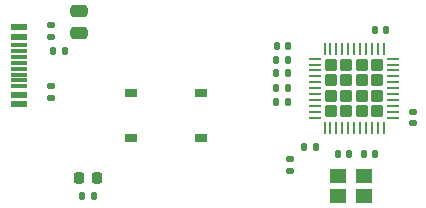
<source format=gbr>
%TF.GenerationSoftware,KiCad,Pcbnew,(6.0.10)*%
%TF.CreationDate,2023-01-18T21:36:02-05:00*%
%TF.ProjectId,32U4_NES_SNES_adapter,33325534-5f4e-4455-935f-534e45535f61,rev?*%
%TF.SameCoordinates,Original*%
%TF.FileFunction,Paste,Top*%
%TF.FilePolarity,Positive*%
%FSLAX46Y46*%
G04 Gerber Fmt 4.6, Leading zero omitted, Abs format (unit mm)*
G04 Created by KiCad (PCBNEW (6.0.10)) date 2023-01-18 21:36:02*
%MOMM*%
%LPD*%
G01*
G04 APERTURE LIST*
G04 Aperture macros list*
%AMRoundRect*
0 Rectangle with rounded corners*
0 $1 Rounding radius*
0 $2 $3 $4 $5 $6 $7 $8 $9 X,Y pos of 4 corners*
0 Add a 4 corners polygon primitive as box body*
4,1,4,$2,$3,$4,$5,$6,$7,$8,$9,$2,$3,0*
0 Add four circle primitives for the rounded corners*
1,1,$1+$1,$2,$3*
1,1,$1+$1,$4,$5*
1,1,$1+$1,$6,$7*
1,1,$1+$1,$8,$9*
0 Add four rect primitives between the rounded corners*
20,1,$1+$1,$2,$3,$4,$5,0*
20,1,$1+$1,$4,$5,$6,$7,0*
20,1,$1+$1,$6,$7,$8,$9,0*
20,1,$1+$1,$8,$9,$2,$3,0*%
G04 Aperture macros list end*
%ADD10R,1.000000X0.750000*%
%ADD11RoundRect,0.140000X0.140000X0.170000X-0.140000X0.170000X-0.140000X-0.170000X0.140000X-0.170000X0*%
%ADD12RoundRect,0.135000X-0.135000X-0.185000X0.135000X-0.185000X0.135000X0.185000X-0.135000X0.185000X0*%
%ADD13RoundRect,0.135000X0.185000X-0.135000X0.185000X0.135000X-0.185000X0.135000X-0.185000X-0.135000X0*%
%ADD14RoundRect,0.135000X0.135000X0.185000X-0.135000X0.185000X-0.135000X-0.185000X0.135000X-0.185000X0*%
%ADD15RoundRect,0.218750X0.218750X0.256250X-0.218750X0.256250X-0.218750X-0.256250X0.218750X-0.256250X0*%
%ADD16RoundRect,0.250000X-0.275000X-0.275000X0.275000X-0.275000X0.275000X0.275000X-0.275000X0.275000X0*%
%ADD17RoundRect,0.062500X-0.475000X-0.062500X0.475000X-0.062500X0.475000X0.062500X-0.475000X0.062500X0*%
%ADD18RoundRect,0.062500X-0.062500X-0.475000X0.062500X-0.475000X0.062500X0.475000X-0.062500X0.475000X0*%
%ADD19RoundRect,0.140000X-0.170000X0.140000X-0.170000X-0.140000X0.170000X-0.140000X0.170000X0.140000X0*%
%ADD20R,1.400000X1.200000*%
%ADD21RoundRect,0.250000X0.475000X-0.250000X0.475000X0.250000X-0.475000X0.250000X-0.475000X-0.250000X0*%
%ADD22RoundRect,0.140000X-0.140000X-0.170000X0.140000X-0.170000X0.140000X0.170000X-0.140000X0.170000X0*%
%ADD23R,1.450000X0.600000*%
%ADD24R,1.450000X0.300000*%
%ADD25RoundRect,0.140000X0.170000X-0.140000X0.170000X0.140000X-0.170000X0.140000X-0.170000X-0.140000X0*%
G04 APERTURE END LIST*
D10*
%TO.C,S1*%
X111922500Y-104770400D03*
X105922500Y-104770400D03*
X111922500Y-101020400D03*
X105922500Y-101020400D03*
%TD*%
D11*
%TO.C,C9*%
X119250400Y-97028000D03*
X118290400Y-97028000D03*
%TD*%
%TO.C,C7*%
X120627200Y-105587800D03*
X121587200Y-105587800D03*
%TD*%
%TO.C,C8*%
X119225000Y-101727000D03*
X118265000Y-101727000D03*
%TD*%
D12*
%TO.C,R6*%
X118235000Y-98171000D03*
X119255000Y-98171000D03*
%TD*%
D13*
%TO.C,R3*%
X119456200Y-107596400D03*
X119456200Y-106576400D03*
%TD*%
D14*
%TO.C,R4*%
X102821200Y-109728000D03*
X101801200Y-109728000D03*
%TD*%
D11*
%TO.C,C10*%
X119225000Y-100584000D03*
X118265000Y-100584000D03*
%TD*%
D15*
%TO.C,D1*%
X103098700Y-108204000D03*
X101523700Y-108204000D03*
%TD*%
D12*
%TO.C,R5*%
X118235000Y-99314000D03*
X119255000Y-99314000D03*
%TD*%
D14*
%TO.C,R2*%
X100332000Y-97429000D03*
X99312000Y-97429000D03*
%TD*%
D16*
%TO.C,U1*%
X125491000Y-102534000D03*
X122891000Y-99934000D03*
X126791000Y-102534000D03*
X122891000Y-102534000D03*
X125491000Y-99934000D03*
X126791000Y-98634000D03*
X125491000Y-98634000D03*
X124191000Y-99934000D03*
X125491000Y-101234000D03*
X124191000Y-101234000D03*
X126791000Y-99934000D03*
X124191000Y-102534000D03*
X126791000Y-101234000D03*
X122891000Y-101234000D03*
X122891000Y-98634000D03*
X124191000Y-98634000D03*
D17*
X121503500Y-98084000D03*
X121503500Y-98584000D03*
X121503500Y-99084000D03*
X121503500Y-99584000D03*
X121503500Y-100084000D03*
X121503500Y-100584000D03*
X121503500Y-101084000D03*
X121503500Y-101584000D03*
X121503500Y-102084000D03*
X121503500Y-102584000D03*
X121503500Y-103084000D03*
D18*
X122341000Y-103921500D03*
X122841000Y-103921500D03*
X123341000Y-103921500D03*
X123841000Y-103921500D03*
X124341000Y-103921500D03*
X124841000Y-103921500D03*
X125341000Y-103921500D03*
X125841000Y-103921500D03*
X126341000Y-103921500D03*
X126841000Y-103921500D03*
X127341000Y-103921500D03*
D17*
X128178500Y-103084000D03*
X128178500Y-102584000D03*
X128178500Y-102084000D03*
X128178500Y-101584000D03*
X128178500Y-101084000D03*
X128178500Y-100584000D03*
X128178500Y-100084000D03*
X128178500Y-99584000D03*
X128178500Y-99084000D03*
X128178500Y-98584000D03*
X128178500Y-98084000D03*
D18*
X127341000Y-97246500D03*
X126841000Y-97246500D03*
X126341000Y-97246500D03*
X125841000Y-97246500D03*
X125341000Y-97246500D03*
X124841000Y-97246500D03*
X124341000Y-97246500D03*
X123841000Y-97246500D03*
X123341000Y-97246500D03*
X122841000Y-97246500D03*
X122341000Y-97246500D03*
%TD*%
D13*
%TO.C,R1*%
X99187000Y-101449000D03*
X99187000Y-100429000D03*
%TD*%
D19*
%TO.C,C6*%
X129794000Y-102584000D03*
X129794000Y-103544000D03*
%TD*%
D20*
%TO.C,Y1*%
X125687000Y-108012000D03*
X123487000Y-108012000D03*
X123487000Y-109712000D03*
X125687000Y-109712000D03*
%TD*%
D11*
%TO.C,C1*%
X126647000Y-106172000D03*
X125687000Y-106172000D03*
%TD*%
D21*
%TO.C,C4*%
X101523800Y-95946000D03*
X101523800Y-94046000D03*
%TD*%
D22*
%TO.C,C2*%
X123472000Y-106172000D03*
X124432000Y-106172000D03*
%TD*%
D11*
%TO.C,C5*%
X127578000Y-95631000D03*
X126618000Y-95631000D03*
%TD*%
D23*
%TO.C,J1*%
X96450500Y-95429000D03*
X96450500Y-96229000D03*
D24*
X96450500Y-97429000D03*
X96450500Y-98429000D03*
X96450500Y-98929000D03*
X96450500Y-99929000D03*
D23*
X96450500Y-101929000D03*
X96450500Y-101129000D03*
D24*
X96450500Y-100429000D03*
X96450500Y-99429000D03*
X96450500Y-97929000D03*
X96450500Y-96929000D03*
%TD*%
D25*
%TO.C,C3*%
X99187000Y-96238000D03*
X99187000Y-95278000D03*
%TD*%
M02*

</source>
